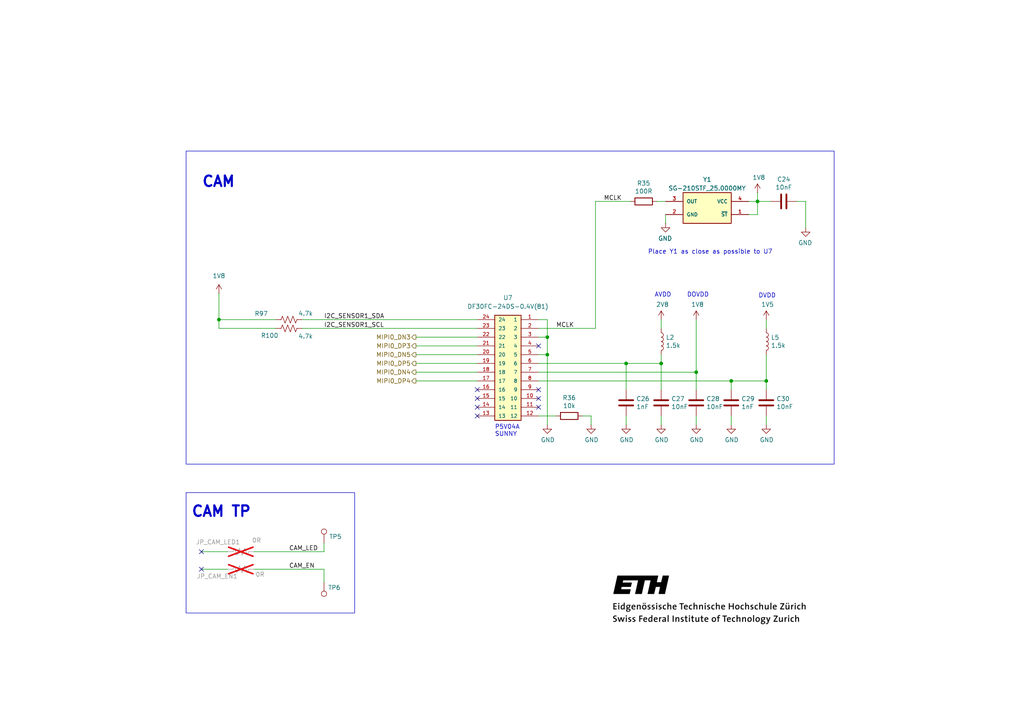
<source format=kicad_sch>
(kicad_sch (version 20250114) (generator "eeschema") (generator_version "9.0")
  (paper "A4")
  (title_block (title "BT-MV Duo 01 Deck") (date "4.11.2025") (rev "A"))
  (lib_symbols
    (symbol "Connector:TestPoint" (pin_numbers (hide yes)) (pin_names (offset 0.762) (hide yes))
      (property "Reference" "TP" (at 0 6.858 0))
      (property "Value" "TestPoint" (at 0 5.08 0))
      (symbol "TestPoint_0_1"
        (circle (center 0 3.302) (radius 0.762))
      )
      (symbol "TestPoint_1_1"
        (pin passive line (at 0 0 90) (length 2.54) (name "1") (number "1"))
      )
    )
    (symbol "Device:C" (pin_numbers (hide yes)) (pin_names (offset 0.254))
      (property "Reference" "C" (at 0.635 2.54 0))
      (property "Value" "C" (at 0.635 -2.54 0))
      (symbol "C_0_1"
        (polyline (pts (xy -2.032 0.762) (xy 2.032 0.762)) (stroke (width 0.508)))
        (polyline (pts (xy -2.032 -0.762) (xy 2.032 -0.762)) (stroke (width 0.508)))
      )
      (symbol "C_1_1"
        (pin passive line (at 0 3.81 270) (length 2.794) (name "~") (number "1"))
        (pin passive line (at 0 -3.81 90) (length 2.794) (name "~") (number "2"))
      )
    )
    (symbol "Device:L" (pin_numbers (hide yes)) (pin_names (offset 1.016) (hide yes))
      (property "Reference" "L" (at -1.27 0 90))
      (property "Value" "L" (at 1.905 0 90))
      (symbol "L_0_1"
        (arc (start 0 2.54) (mid 0.6323 1.905) (end 0 1.27))
        (arc (start 0 1.27) (mid 0.6323 0.635) (end 0 0))
        (arc (start 0 0) (mid 0.6323 -0.635) (end 0 -1.27))
        (arc (start 0 -1.27) (mid 0.6323 -1.905) (end 0 -2.54))
      )
      (symbol "L_1_1"
        (pin passive line (at 0 3.81 270) (length 1.27) (name "1") (number "1"))
        (pin passive line (at 0 -3.81 90) (length 1.27) (name "2") (number "2"))
      )
    )
    (symbol "Device:R" (pin_numbers (hide yes)) (pin_names (offset 0))
      (property "Reference" "R" (at 2.032 0 90))
      (property "Value" "R" (at 0 0 90))
      (symbol "R_0_1"
        (rectangle (start -1.016 -2.54) (end 1.016 2.54) (stroke (width 0.254)))
      )
      (symbol "R_1_1"
        (pin passive line (at 0 3.81 270) (length 1.27) (name "~") (number "1"))
        (pin passive line (at 0 -3.81 90) (length 1.27) (name "~") (number "2"))
      )
    )
    (symbol "Device:R_US" (pin_numbers (hide yes)) (pin_names (offset 0))
      (property "Reference" "R" (at 2.54 0 90))
      (property "Value" "R_US" (at -2.54 0 90))
      (symbol "R_US_0_1"
        (polyline (pts (xy 0 2.286) (xy 0 2.54)))
        (polyline (pts (xy 0 2.286) (xy 1.016 1.905) (xy 0 1.524) (xy -1.016 1.143) (xy 0 0.762)))
        (polyline (pts (xy 0 0.762) (xy 1.016 0.381) (xy 0 0) (xy -1.016 -0.381) (xy 0 -0.762)))
        (polyline (pts (xy 0 -0.762) (xy 1.016 -1.143) (xy 0 -1.524) (xy -1.016 -1.905) (xy 0 -2.286)))
        (polyline (pts (xy 0 -2.286) (xy 0 -2.54)))
      )
      (symbol "R_US_1_1"
        (pin passive line (at 0 3.81 270) (length 1.27) (name "~") (number "1"))
        (pin passive line (at 0 -3.81 90) (length 1.27) (name "~") (number "2"))
      )
    )
    (symbol "Milk V Library:DF30FC-24DS-0.4V_82_" (pin_names (offset 1.016))
      (property "Reference" "U7" (at 0 21.59 0))
      (property "Value" "DF30FC-24DS-0.4V_82_" (at 0 19.05 0))
      (symbol "DF30FC-24DS-0.4V_82__0_0"
        (rectangle (start -2.54 16.51) (end 5.08 -13.97) (stroke (width 0.254)) (fill (type background)))
      )
      (symbol "DF30FC-24DS-0.4V_82__1_0"
        (pin bidirectional line (at -7.62 15.24 0) (length 5.08) (name "24") (number "24"))
        (pin bidirectional line (at -7.62 12.7 0) (length 5.08) (name "23") (number "23"))
        (pin bidirectional line (at -7.62 10.16 0) (length 5.08) (name "22") (number "22"))
        (pin bidirectional line (at -7.62 7.62 0) (length 5.08) (name "21") (number "21"))
        (pin bidirectional line (at -7.62 5.08 0) (length 5.08) (name "20") (number "20"))
        (pin bidirectional line (at -7.62 2.54 0) (length 5.08) (name "19") (number "19"))
        (pin bidirectional line (at -7.62 0 0) (length 5.08) (name "18") (number "18"))
        (pin bidirectional line (at -7.62 -2.54 0) (length 5.08) (name "17") (number "17"))
        (pin bidirectional line (at -7.62 -5.08 0) (length 5.08) (name "16") (number "16"))
        (pin bidirectional line (at -7.62 -7.62 0) (length 5.08) (name "15") (number "15"))
        (pin bidirectional line (at -7.62 -10.16 0) (length 5.08) (name "14") (number "14"))
        (pin bidirectional line (at -7.62 -12.7 0) (length 5.08) (name "13") (number "13"))
        (pin passive line (at 10.16 15.24 180) (length 5.08) (name "1") (number "1"))
        (pin bidirectional line (at 10.16 12.7 180) (length 5.08) (name "2") (number "2"))
        (pin passive line (at 10.16 10.16 180) (length 5.08) (name "3") (number "3"))
        (pin bidirectional line (at 10.16 7.62 180) (length 5.08) (name "4") (number "4"))
        (pin passive line (at 10.16 5.08 180) (length 5.08) (name "5") (number "5"))
        (pin bidirectional line (at 10.16 2.54 180) (length 5.08) (name "6") (number "6"))
        (pin passive line (at 10.16 0 180) (length 5.08) (name "7") (number "7"))
        (pin bidirectional line (at 10.16 -2.54 180) (length 5.08) (name "8") (number "8"))
        (pin bidirectional line (at 10.16 -5.08 180) (length 5.08) (name "9") (number "9"))
        (pin bidirectional line (at 10.16 -7.62 180) (length 5.08) (name "10") (number "10"))
        (pin bidirectional line (at 10.16 -10.16 180) (length 5.08) (name "11") (number "11"))
        (pin bidirectional line (at 10.16 -12.7 180) (length 5.08) (name "12") (number "12"))
      )
    )
    (symbol "Milk V Library:SG-210STF_25.0000MY" (pin_names (offset 1.016))
      (property "Reference" "Y" (at -0.254 1.27 0))
      (property "Value" "SG-210STF_25.0000MY" (at -9.398 -4.826 0))
      (symbol "SG-210STF_25.0000MY_0_0"
        (rectangle (start -6.35 6.35) (end 7.62 -2.54) (stroke (width 0.254)) (fill (type background)))
        (pin output line (at -11.43 3.81 0) (length 5.08) (name "OUT") (number "3"))
      )
      (symbol "SG-210STF_25.0000MY_1_0"
        (pin power_in line (at -11.43 0 0) (length 5.08) (name "GND") (number "2"))
        (pin power_in line (at 12.7 3.81 180) (length 5.08) (name "VCC") (number "4"))
        (pin input line (at 12.7 0 180) (length 5.08) (name "~{ST}") (number "1"))
      )
    )
    (symbol "power:+1V5" (power) (pin_numbers (hide yes)) (pin_names (offset 0) (hide yes))
      (property "Value" "+1V5" (at 0 3.556 0))
      (symbol "+1V5_0_1"
        (polyline (pts (xy -0.762 1.27) (xy 0 2.54)))
        (polyline (pts (xy 0 2.54) (xy 0.762 1.27)))
        (polyline (pts (xy 0 0) (xy 0 2.54)))
      )
      (symbol "+1V5_1_1"
        (pin power_in line (at 0 0 90) (length 0) (name "~") (number "1"))
      )
    )
    (symbol "power:+1V8" (power) (pin_numbers (hide yes)) (pin_names (offset 0) (hide yes))
      (property "Value" "+1V8" (at 0 3.556 0))
      (symbol "+1V8_0_1"
        (polyline (pts (xy -0.762 1.27) (xy 0 2.54)))
        (polyline (pts (xy 0 2.54) (xy 0.762 1.27)))
        (polyline (pts (xy 0 0) (xy 0 2.54)))
      )
      (symbol "+1V8_1_1"
        (pin power_in line (at 0 0 90) (length 0) (name "~") (number "1"))
      )
    )
    (symbol "power:+2V8" (power) (pin_numbers (hide yes)) (pin_names (offset 0) (hide yes))
      (property "Value" "+2V8" (at 0 3.556 0))
      (symbol "+2V8_0_1"
        (polyline (pts (xy -0.762 1.27) (xy 0 2.54)))
        (polyline (pts (xy 0 2.54) (xy 0.762 1.27)))
        (polyline (pts (xy 0 0) (xy 0 2.54)))
      )
      (symbol "+2V8_1_1"
        (pin power_in line (at 0 0 90) (length 0) (name "~") (number "1"))
      )
    )
    (symbol "power:GND" (power) (pin_numbers (hide yes)) (pin_names (offset 0) (hide yes))
      (property "Value" "GND" (at 0 -3.81 0))
      (symbol "GND_0_1"
        (polyline (pts (xy 0 0) (xy 0 -1.27) (xy 1.27 -1.27) (xy 0 -2.54) (xy -1.27 -1.27) (xy 0 -1.27)))
      )
      (symbol "GND_1_1"
        (pin power_in line (at 0 0 270) (length 0) (name "~") (number "1"))
      )
    )
  )
  (rectangle (start 53.975 43.815) (end 241.935 134.62))
  (rectangle (start 53.975 142.875) (end 102.87 177.8))
  (text "DOVDD" (at 202.438 85.598 0) (effects (font (size 1.27 1.27))))
  (text "CAM TP\n\n" (at 55.372 155.194 0) (effects (font (size 3.048 3.048) (thickness 0.6096) (bold yes)) (justify left bottom)))
  (text "DVDD" (at 222.504 85.852 0) (effects (font (size 1.27 1.27))))
  (text "Place Y1 as close as possible to U7\n\n" (at 205.994 74.168 0) (effects (font (size 1.27 1.27))))
  (text "CAM" (at 58.42 54.61 0) (effects (font (size 3.048 3.048) (thickness 0.6096) (bold yes)) (justify left bottom)))
  (text "P5V04A\nSUNNY" (at 143.51 126.746 0) (effects (font (size 1.27 1.27)) (justify left bottom)))
  (text "AVDD" (at 192.278 85.598 0) (effects (font (size 1.27 1.27))))
  (junction (at 201.93 107.95))
  (junction (at 63.5 92.71))
  (junction (at 212.09 110.49))
  (junction (at 222.25 110.49))
  (junction (at 158.75 97.79))
  (junction (at 158.75 102.87))
  (junction (at 191.77 105.41))
  (junction (at 181.61 105.41))
  (junction (at 219.71 58.42))
  (no_connect (at 138.43 115.57))
  (no_connect (at 156.21 118.11))
  (no_connect (at 58.42 165.1))
  (no_connect (at 138.43 113.03))
  (no_connect (at 156.21 115.57))
  (no_connect (at 156.21 100.33))
  (no_connect (at 138.43 118.11))
  (no_connect (at 58.42 160.02))
  (no_connect (at 156.21 113.03))
  (no_connect (at 138.43 120.65))
  (wire (pts (xy 156.21 105.41) (xy 181.61 105.41)))
  (wire (pts (xy 222.25 92.71) (xy 222.25 95.25)))
  (wire (pts (xy 212.09 120.65) (xy 212.09 123.19)))
  (wire (pts (xy 212.09 113.03) (xy 212.09 110.49)))
  (wire (pts (xy 63.5 95.25) (xy 80.01 95.25)))
  (wire (pts (xy 191.77 120.65) (xy 191.77 123.19)))
  (wire (pts (xy 158.75 92.71) (xy 158.75 97.79)))
  (wire (pts (xy 222.25 102.87) (xy 222.25 110.49)))
  (wire (pts (xy 87.63 95.25) (xy 138.43 95.25)))
  (wire (pts (xy 156.21 102.87) (xy 158.75 102.87)))
  (wire (pts (xy 156.21 97.79) (xy 158.75 97.79)))
  (wire (pts (xy 58.42 165.1) (xy 66.04 165.1)))
  (wire (pts (xy 222.25 110.49) (xy 222.25 113.03)))
  (wire (pts (xy 193.04 58.42) (xy 190.5 58.42)))
  (wire (pts (xy 212.09 110.49) (xy 222.25 110.49)))
  (wire (pts (xy 120.65 110.49) (xy 138.43 110.49)))
  (wire (pts (xy 219.71 62.23) (xy 219.71 58.42)))
  (wire (pts (xy 201.93 120.65) (xy 201.93 123.19)))
  (wire (pts (xy 73.66 160.02) (xy 93.98 160.02)))
  (wire (pts (xy 158.75 97.79) (xy 158.75 102.87)))
  (wire (pts (xy 219.71 55.88) (xy 219.71 58.42)))
  (wire (pts (xy 181.61 120.65) (xy 181.61 123.19)))
  (wire (pts (xy 120.65 97.79) (xy 138.43 97.79)))
  (wire (pts (xy 233.68 58.42) (xy 233.68 66.04)))
  (wire (pts (xy 87.63 92.71) (xy 138.43 92.71)))
  (wire (pts (xy 223.52 58.42) (xy 219.71 58.42)))
  (wire (pts (xy 73.66 165.1) (xy 93.98 165.1)))
  (wire (pts (xy 58.42 160.02) (xy 66.04 160.02)))
  (wire (pts (xy 219.71 58.42) (xy 217.17 58.42)))
  (wire (pts (xy 172.72 58.42) (xy 182.88 58.42)))
  (wire (pts (xy 201.93 107.95) (xy 201.93 113.03)))
  (wire (pts (xy 158.75 102.87) (xy 158.75 123.19)))
  (wire (pts (xy 168.91 120.65) (xy 171.45 120.65)))
  (wire (pts (xy 93.98 165.1) (xy 93.98 168.91)))
  (wire (pts (xy 191.77 102.87) (xy 191.77 105.41)))
  (wire (pts (xy 191.77 105.41) (xy 191.77 113.03)))
  (wire (pts (xy 156.21 92.71) (xy 158.75 92.71)))
  (wire (pts (xy 231.14 58.42) (xy 233.68 58.42)))
  (wire (pts (xy 217.17 62.23) (xy 219.71 62.23)))
  (wire (pts (xy 181.61 113.03) (xy 181.61 105.41)))
  (wire (pts (xy 63.5 92.71) (xy 80.01 92.71)))
  (wire (pts (xy 156.21 95.25) (xy 172.72 95.25)))
  (wire (pts (xy 156.21 107.95) (xy 201.93 107.95)))
  (wire (pts (xy 63.5 85.09) (xy 63.5 92.71)))
  (wire (pts (xy 120.65 102.87) (xy 138.43 102.87)))
  (wire (pts (xy 156.21 110.49) (xy 212.09 110.49)))
  (wire (pts (xy 181.61 105.41) (xy 191.77 105.41)))
  (wire (pts (xy 172.72 58.42) (xy 172.72 95.25)))
  (wire (pts (xy 63.5 95.25) (xy 63.5 92.71)))
  (wire (pts (xy 201.93 92.71) (xy 201.93 107.95)))
  (wire (pts (xy 193.04 64.77) (xy 193.04 62.23)))
  (wire (pts (xy 156.21 120.65) (xy 161.29 120.65)))
  (wire (pts (xy 171.45 120.65) (xy 171.45 123.19)))
  (wire (pts (xy 120.65 100.33) (xy 138.43 100.33)))
  (wire (pts (xy 120.65 107.95) (xy 138.43 107.95)))
  (wire (pts (xy 222.25 120.65) (xy 222.25 123.19)))
  (wire (pts (xy 93.98 160.02) (xy 93.98 157.48)))
  (wire (pts (xy 120.65 105.41) (xy 138.43 105.41)))
  (wire (pts (xy 191.77 92.71) (xy 191.77 95.25)))
  (image (at 205.74 173.99) (scale 0.824507))
  (label "I2C_SENSOR1_SDA" (at 93.98 92.71 0))
  (label "CAM_LED" (at 83.82 160.02 0))
  (label "CAM_EN" (at 83.82 165.1 0))
  (label "MCLK" (at 180.34 58.42 180))
  (label "MCLK" (at 161.29 95.25 0))
  (label "I2C_SENSOR1_SCL" (at 93.98 95.25 0))
  (hierarchical_label "MIPI0_DN3" (shape output) (at 120.65 97.79 180))
  (hierarchical_label "MIPI0_DP4" (shape output) (at 120.65 110.49 180))
  (hierarchical_label "MIPI0_DN4" (shape output) (at 120.65 107.95 180))
  (hierarchical_label "MIPI0_DP5" (shape output) (at 120.65 105.41 180))
  (hierarchical_label "MIPI0_DP3" (shape output) (at 120.65 100.33 180))
  (hierarchical_label "MIPI0_DN5" (shape output) (at 120.65 102.87 180))
  (symbol (lib_id "Connector:TestPoint") (at 93.98 157.48 0) (unit 1)
    (property "Reference" "TP5" (at 95.4532 155.6512 0) (effects (justify left)))
    (property "Value" "TestPoint" (effects (hide yes)))
    (property "Footprint" "TestPoint:TestPoint_Pad_D1.0mm" (effects (hide yes)))
  )
  (symbol (lib_id "power:GND") (at 193.04 64.77 0) (mirror y) (unit 1)
    (property "Reference" "#PWR036" (effects (hide yes)))
    (property "Value" "GND" (at 192.913 69.1642 0))
  )
  (symbol (lib_id "Device:R") (at 186.69 58.42 90) (mirror x) (unit 1)
    (property "Reference" "R35" (at 186.69 53.1622 90))
    (property "Value" "100R" (at 186.69 55.4736 90))
    (property "Footprint" "Resistor_SMD:R_0603_1608Metric" (effects (hide yes)))
    (property "Datasheet" "RC0603FR-07100RL" (effects (hide yes)))
  )
  (symbol (lib_id "power:+1V5") (at 222.25 92.71 0) (unit 1)
    (property "Reference" "#PWR05" (effects (hide yes)))
    (property "Value" "1V5" (at 222.631 88.3158 0))
  )
  (symbol (lib_id "Device:R_US") (at 69.85 160.02 90) (unit 1) (dnp yes)
    (property "Reference" "JP_CAM_LED1" (at 63.246 157.226 90))
    (property "Value" "0R" (at 74.422 156.718 90))
    (property "Footprint" "Resistor_SMD:R_0402_1005Metric" (effects (hide yes)))
    (property "Datasheet" "RC0402JR-070RP" (effects (hide yes)))
    (property "Description" "Resistor, US symbol" (effects (hide yes)))
  )
  (symbol (lib_id "Device:C") (at 201.93 116.84 0) (unit 1)
    (property "Reference" "C28" (at 204.851 115.6716 0) (effects (justify left)))
    (property "Value" "10nF" (at 204.851 117.983 0) (effects (justify left)))
    (property "Footprint" "Capacitor_SMD:C_0603_1608Metric" (effects (hide yes)))
    (property "Datasheet" "GCM188R71H103KA37J" (effects (hide yes)))
  )
  (symbol (lib_id "Device:R") (at 165.1 120.65 270) (unit 1)
    (property "Reference" "R36" (at 165.1 115.3922 90))
    (property "Value" "10k" (at 165.1 117.7036 90))
    (property "Footprint" "Resistor_SMD:R_0603_1608Metric" (effects (hide yes)))
    (property "Datasheet" "RC0603FR-0710KL" (effects (hide yes)))
  )
  (symbol (lib_id "Device:R_US") (at 83.82 92.71 90) (unit 1)
    (property "Reference" "R97" (at 77.724 91.694 90) (effects (justify left top)))
    (property "Value" "4.7k" (at 88.646 90.932 90))
    (property "Footprint" "Resistor_SMD:R_0201_0603Metric_Pad0.64x0.40mm_HandSolder" (effects (hide yes)))
    (property "Datasheet" "AC0201JR-074K7L" (effects (hide yes)))
    (property "Description" "Resistor, US symbol" (effects (hide yes)))
  )
  (symbol (lib_id "power:GND") (at 201.93 123.19 0) (unit 1)
    (property "Reference" "#PWR047" (effects (hide yes)))
    (property "Value" "GND" (at 202.057 127.5842 0))
  )
  (symbol (lib_id "power:+2V8") (at 191.77 92.71 0) (unit 1)
    (property "Reference" "#PWR044" (effects (hide yes)))
    (property "Value" "2V8" (at 192.151 88.3158 0))
  )
  (symbol (lib_id "Connector:TestPoint") (at 93.98 168.91 180) (unit 1)
    (property "Reference" "TP6" (at 98.806 170.434 0) (effects (justify left)))
    (property "Value" "TestPoint" (effects (hide yes)))
    (property "Footprint" "TestPoint:TestPoint_Pad_D1.0mm" (effects (hide yes)))
  )
  (symbol (lib_id "power:GND") (at 222.25 123.19 0) (unit 1)
    (property "Reference" "#PWR0100" (effects (hide yes)))
    (property "Value" "GND" (at 222.377 127.5842 0))
  )
  (symbol (lib_id "Device:C") (at 227.33 58.42 90) (mirror x) (unit 1)
    (property "Reference" "C24" (at 227.33 52.0192 90))
    (property "Value" "10nF" (at 227.33 54.3306 90))
    (property "Footprint" "Capacitor_SMD:C_0603_1608Metric" (effects (hide yes)))
    (property "Datasheet" "GCM188R71H103KA37J" (effects (hide yes)))
  )
  (symbol (lib_id "power:GND") (at 191.77 123.19 0) (unit 1)
    (property "Reference" "#PWR045" (effects (hide yes)))
    (property "Value" "GND" (at 191.897 127.5842 0))
  )
  (symbol (lib_id "Device:C") (at 181.61 116.84 0) (unit 1)
    (property "Reference" "C26" (at 184.531 115.6716 0) (effects (justify left)))
    (property "Value" "1nF" (at 184.531 117.983 0) (effects (justify left)))
    (property "Footprint" "Capacitor_SMD:C_0603_1608Metric" (effects (hide yes)))
    (property "Datasheet" "CC0603KRX7R9BB102" (effects (hide yes)))
  )
  (symbol (lib_id "Device:C") (at 222.25 116.84 0) (unit 1)
    (property "Reference" "C30" (at 225.171 115.6716 0) (effects (justify left)))
    (property "Value" "10nF" (at 225.171 117.983 0) (effects (justify left)))
    (property "Footprint" "Capacitor_SMD:C_0603_1608Metric" (effects (hide yes)))
    (property "Datasheet" "GCM188R71H103KA37J" (effects (hide yes)))
  )
  (symbol (lib_id "Device:L") (at 191.77 99.06 0) (unit 1)
    (property "Reference" "L2" (at 193.1162 97.8916 0) (effects (justify left)))
    (property "Value" "1.5k" (at 193.1162 100.203 0) (effects (justify left)))
    (property "Footprint" "Inductor_SMD:L_0805_2012Metric" (effects (hide yes)))
    (property "Datasheet" "BLM21BD152SH1D" (effects (hide yes)))
  )
  (symbol (lib_id "Device:C") (at 191.77 116.84 0) (unit 1)
    (property "Reference" "C27" (at 194.691 115.6716 0) (effects (justify left)))
    (property "Value" "10nF" (at 194.691 117.983 0) (effects (justify left)))
    (property "Footprint" "Capacitor_SMD:C_0603_1608Metric" (effects (hide yes)))
    (property "Datasheet" "GCM188R71H103KA37J" (effects (hide yes)))
  )
  (symbol (lib_id "power:GND") (at 171.45 123.19 0) (unit 1)
    (property "Reference" "#PWR038" (effects (hide yes)))
    (property "Value" "GND" (at 171.577 127.5842 0))
  )
  (symbol (lib_id "power:GND") (at 158.75 123.19 0) (unit 1)
    (property "Reference" "#PWR037" (effects (hide yes)))
    (property "Value" "GND" (at 158.877 127.5842 0))
  )
  (symbol (lib_id "Device:R_US") (at 83.82 95.25 90) (unit 1)
    (property "Reference" "R100" (at 80.772 98.044 90) (effects (justify left top)))
    (property "Value" "4.7k" (at 88.646 97.536 90))
    (property "Footprint" "Resistor_SMD:R_0201_0603Metric_Pad0.64x0.40mm_HandSolder" (effects (hide yes)))
    (property "Datasheet" "AC0201JR-074K7L" (effects (hide yes)))
    (property "Description" "Resistor, US symbol" (effects (hide yes)))
  )
  (symbol (lib_id "Device:C") (at 212.09 116.84 0) (unit 1)
    (property "Reference" "C29" (at 215.011 115.6716 0) (effects (justify left)))
    (property "Value" "1nF" (at 215.011 117.983 0) (effects (justify left)))
    (property "Footprint" "Capacitor_SMD:C_0603_1608Metric" (effects (hide yes)))
    (property "Datasheet" "CC0603KRX7R9BB102" (effects (hide yes)))
  )
  (symbol (lib_id "power:GND") (at 233.68 66.04 0) (mirror y) (unit 1)
    (property "Reference" "#PWR032" (effects (hide yes)))
    (property "Value" "GND" (at 233.553 70.4342 0))
  )
  (symbol (lib_id "Milk V Library:DF30FC-24DS-0.4V_82_") (at 146.05 107.95 0) (unit 1)
    (property "Reference" "U7" (at 147.32 86.36 0))
    (property "Value" "DF30FC-24DS-0.4V(81)" (at 147.32 88.9 0))
    (property "Footprint" "BT-Milk V Duo S:DF30FC-24DS" (effects (hide yes)))
    (property "Datasheet" "DF30FC-24DS-0.4V(81)" (effects (hide yes)))
    (property "Description" "24 Position Connector Receptacle, Outer Shroud Contacts Surface Mount Gold" (effects (hide yes)))
  )
  (symbol (lib_id "Milk V Library:SG-210STF_25.0000MY") (at 204.47 62.23 0) (unit 1)
    (property "Reference" "Y1" (at 205.105 52.07 0))
    (property "Value" "SG-210STF_25.0000MY" (at 205.105 54.61 0))
    (property "Footprint" "BT-Milk V Duo S:OSCCC250X200X90" (effects (hide yes)))
    (property "Datasheet" "SG-210STF 25.0000MY" (effects (hide yes)))
    (property "Description" "25 MHz XO (Standard) CMOS Oscillator 1.6V ~ 3.6V Standby (Power Down) 4-SMD, No Lead" (effects (hide yes)))
  )
  (symbol (lib_id "Device:L") (at 222.25 99.06 0) (unit 1)
    (property "Reference" "L5" (at 223.5962 97.8916 0) (effects (justify left)))
    (property "Value" "1.5k" (at 223.5962 100.203 0) (effects (justify left)))
    (property "Footprint" "Inductor_SMD:L_0805_2012Metric" (effects (hide yes)))
    (property "Datasheet" "BLM21BD152SH1D" (effects (hide yes)))
  )
  (symbol (lib_id "power:GND") (at 181.61 123.19 0) (unit 1)
    (property "Reference" "#PWR040" (effects (hide yes)))
    (property "Value" "GND" (at 181.737 127.5842 0))
  )
  (symbol (lib_id "power:+2V8") (at 219.71 55.88 0) (unit 1)
    (property "Reference" "#PWR02" (effects (hide yes)))
    (property "Value" "1V8" (at 220.091 51.4858 0))
  )
  (symbol (lib_id "power:+1V8") (at 63.5 85.09 0) (unit 1)
    (property "Reference" "#PWR069" (effects (hide yes)))
    (property "Value" "1V8" (at 63.5 80.01 0))
    (property "Description" "Power symbol creates a global label with name \"+1V8\"" (effects (hide yes)))
  )
  (symbol (lib_id "power:GND") (at 212.09 123.19 0) (unit 1)
    (property "Reference" "#PWR098" (effects (hide yes)))
    (property "Value" "GND" (at 212.217 127.5842 0))
  )
  (symbol (lib_id "Device:R_US") (at 69.85 165.1 90) (unit 1) (dnp yes)
    (property "Reference" "JP_CAM_EN1" (at 62.992 167.132 90))
    (property "Value" "0R" (at 75.438 166.624 90))
    (property "Footprint" "Resistor_SMD:R_0402_1005Metric" (effects (hide yes)))
    (property "Datasheet" "RC0402JR-070RP" (effects (hide yes)))
    (property "Description" "Resistor, US symbol" (effects (hide yes)))
  )
  (symbol (lib_id "power:+2V8") (at 201.93 92.71 0) (unit 1)
    (property "Reference" "#PWR046" (effects (hide yes)))
    (property "Value" "1V8" (at 202.311 88.3158 0))
  )
)
</source>
